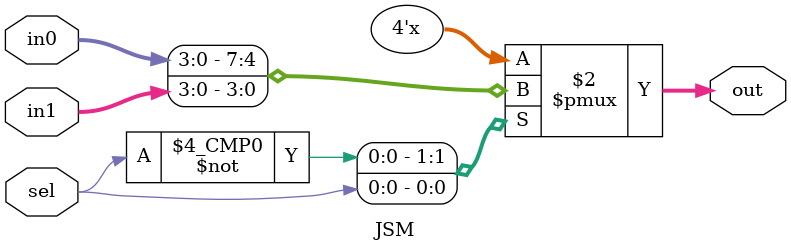
<source format=v>
`timescale 1ns / 1ps

module JSM(
    input [3:0]in0,
    input [3:0]in1,
    input sel,
    output reg[3:0]out
    );
	 
	 always @(in0,in1,sel)begin
		case(sel)
	   1'b0 : out <= in0;
		1'b1 : out <= in1;
		endcase
	 end

endmodule

</source>
